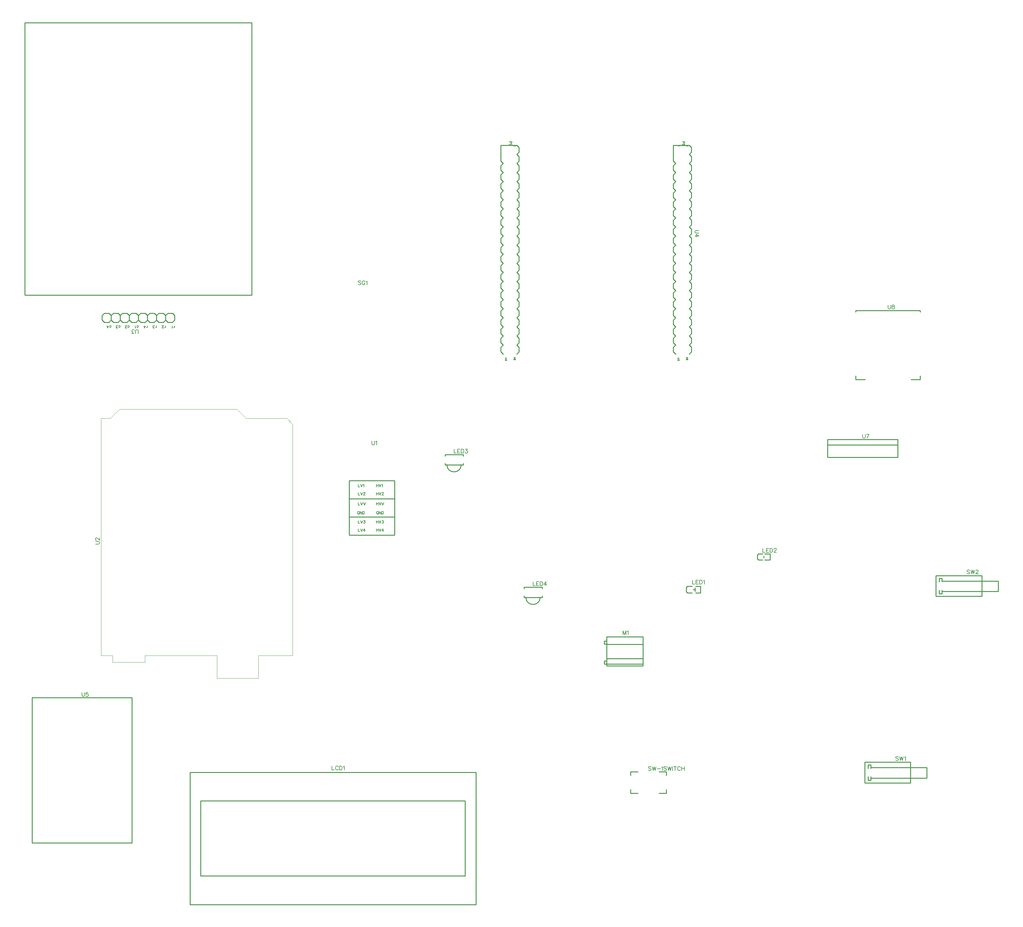
<source format=gto>
G04 Layer: TopSilkLayer*
G04 EasyEDA v6.4.19.4, 2021-04-14T13:58:42--4:00*
G04 fa96b751c2d54882ab86a56ef34f2425,10*
G04 Gerber Generator version 0.2*
G04 Scale: 100 percent, Rotated: No, Reflected: No *
G04 Dimensions in millimeters *
G04 leading zeros omitted , absolute positions ,4 integer and 5 decimal *
%FSLAX45Y45*%
%MOMM*%

%ADD10C,0.2540*%
%ADD30C,0.2030*%
%ADD31C,0.1200*%
%ADD32C,0.2286*%
%ADD33C,0.1524*%

%LPD*%
D33*
X18961100Y-12000484D02*
G01*
X18961100Y-12109450D01*
X18961100Y-12000484D02*
G01*
X19002756Y-12109450D01*
X19044158Y-12000484D02*
G01*
X19002756Y-12109450D01*
X19044158Y-12000484D02*
G01*
X19044158Y-12109450D01*
X19078448Y-12021312D02*
G01*
X19088861Y-12015978D01*
X19104609Y-12000484D01*
X19104609Y-12109450D01*
X25666700Y-6501384D02*
G01*
X25666700Y-6579362D01*
X25671779Y-6594855D01*
X25682193Y-6605270D01*
X25697941Y-6610350D01*
X25708356Y-6610350D01*
X25723850Y-6605270D01*
X25734263Y-6594855D01*
X25739343Y-6579362D01*
X25739343Y-6501384D01*
X25846531Y-6501384D02*
G01*
X25794461Y-6610350D01*
X25773634Y-6501384D02*
G01*
X25846531Y-6501384D01*
X11629643Y-2224278D02*
G01*
X11619229Y-2213863D01*
X11603736Y-2208784D01*
X11582908Y-2208784D01*
X11567413Y-2213863D01*
X11557000Y-2224278D01*
X11557000Y-2234692D01*
X11562079Y-2245105D01*
X11567413Y-2250439D01*
X11577827Y-2255520D01*
X11609070Y-2265934D01*
X11619229Y-2271013D01*
X11624563Y-2276347D01*
X11629643Y-2286762D01*
X11629643Y-2302255D01*
X11619229Y-2312670D01*
X11603736Y-2317750D01*
X11582908Y-2317750D01*
X11567413Y-2312670D01*
X11557000Y-2302255D01*
X11741911Y-2234692D02*
G01*
X11736831Y-2224278D01*
X11726418Y-2213863D01*
X11716004Y-2208784D01*
X11695175Y-2208784D01*
X11684761Y-2213863D01*
X11674347Y-2224278D01*
X11669268Y-2234692D01*
X11663934Y-2250439D01*
X11663934Y-2276347D01*
X11669268Y-2291842D01*
X11674347Y-2302255D01*
X11684761Y-2312670D01*
X11695175Y-2317750D01*
X11716004Y-2317750D01*
X11726418Y-2312670D01*
X11736831Y-2302255D01*
X11741911Y-2291842D01*
X11741911Y-2276347D01*
X11716004Y-2276347D02*
G01*
X11741911Y-2276347D01*
X11776202Y-2229612D02*
G01*
X11786615Y-2224278D01*
X11802109Y-2208784D01*
X11802109Y-2317750D01*
X14236700Y-6920484D02*
G01*
X14236700Y-7029450D01*
X14236700Y-7029450D02*
G01*
X14298929Y-7029450D01*
X14333220Y-6920484D02*
G01*
X14333220Y-7029450D01*
X14333220Y-6920484D02*
G01*
X14400784Y-6920484D01*
X14333220Y-6972300D02*
G01*
X14374875Y-6972300D01*
X14333220Y-7029450D02*
G01*
X14400784Y-7029450D01*
X14435074Y-6920484D02*
G01*
X14435074Y-7029450D01*
X14435074Y-6920484D02*
G01*
X14471650Y-6920484D01*
X14487143Y-6925563D01*
X14497558Y-6935978D01*
X14502638Y-6946392D01*
X14507972Y-6962139D01*
X14507972Y-6988047D01*
X14502638Y-7003542D01*
X14497558Y-7013955D01*
X14487143Y-7024370D01*
X14471650Y-7029450D01*
X14435074Y-7029450D01*
X14552675Y-6920484D02*
G01*
X14609825Y-6920484D01*
X14578584Y-6962139D01*
X14594077Y-6962139D01*
X14604491Y-6967220D01*
X14609825Y-6972300D01*
X14614906Y-6988047D01*
X14614906Y-6998462D01*
X14609825Y-7013955D01*
X14599411Y-7024370D01*
X14583663Y-7029450D01*
X14568170Y-7029450D01*
X14552675Y-7024370D01*
X14547341Y-7019289D01*
X14542261Y-7008876D01*
X16446500Y-10628884D02*
G01*
X16446500Y-10737850D01*
X16446500Y-10737850D02*
G01*
X16508729Y-10737850D01*
X16543020Y-10628884D02*
G01*
X16543020Y-10737850D01*
X16543020Y-10628884D02*
G01*
X16610584Y-10628884D01*
X16543020Y-10680700D02*
G01*
X16584675Y-10680700D01*
X16543020Y-10737850D02*
G01*
X16610584Y-10737850D01*
X16644874Y-10628884D02*
G01*
X16644874Y-10737850D01*
X16644874Y-10628884D02*
G01*
X16681450Y-10628884D01*
X16696943Y-10633963D01*
X16707358Y-10644378D01*
X16712438Y-10654792D01*
X16717772Y-10670539D01*
X16717772Y-10696447D01*
X16712438Y-10711942D01*
X16707358Y-10722355D01*
X16696943Y-10732770D01*
X16681450Y-10737850D01*
X16644874Y-10737850D01*
X16803877Y-10628884D02*
G01*
X16752061Y-10701528D01*
X16830040Y-10701528D01*
X16803877Y-10628884D02*
G01*
X16803877Y-10737850D01*
X5397576Y-3684015D02*
G01*
X5397576Y-3606037D01*
X5392496Y-3590544D01*
X5382082Y-3580129D01*
X5366334Y-3575050D01*
X5355920Y-3575050D01*
X5340426Y-3580129D01*
X5330012Y-3590544D01*
X5324932Y-3606037D01*
X5324932Y-3684015D01*
X5280228Y-3684015D02*
G01*
X5223078Y-3684015D01*
X5254066Y-3642360D01*
X5238572Y-3642360D01*
X5228158Y-3637279D01*
X5223078Y-3632200D01*
X5217744Y-3616452D01*
X5217744Y-3606037D01*
X5223078Y-3590544D01*
X5233492Y-3580129D01*
X5248986Y-3575050D01*
X5264480Y-3575050D01*
X5280228Y-3580129D01*
X5285308Y-3585210D01*
X5290642Y-3595623D01*
X6413576Y-3509771D02*
G01*
X6413576Y-3461257D01*
X6413576Y-3488944D02*
G01*
X6410020Y-3499357D01*
X6403162Y-3506470D01*
X6396304Y-3509771D01*
X6385890Y-3509771D01*
X6363030Y-3520186D02*
G01*
X6356172Y-3523742D01*
X6345758Y-3534155D01*
X6345758Y-3461257D01*
X6159576Y-3509771D02*
G01*
X6159576Y-3461257D01*
X6159576Y-3488944D02*
G01*
X6156020Y-3499357D01*
X6149162Y-3506470D01*
X6142304Y-3509771D01*
X6131890Y-3509771D01*
X6105474Y-3516629D02*
G01*
X6105474Y-3520186D01*
X6102172Y-3527044D01*
X6098616Y-3530600D01*
X6091758Y-3534155D01*
X6077788Y-3534155D01*
X6070930Y-3530600D01*
X6067374Y-3527044D01*
X6064072Y-3520186D01*
X6064072Y-3513328D01*
X6067374Y-3506470D01*
X6074486Y-3496055D01*
X6109030Y-3461257D01*
X6060516Y-3461257D01*
X5905576Y-3509771D02*
G01*
X5905576Y-3461257D01*
X5905576Y-3488944D02*
G01*
X5902020Y-3499357D01*
X5895162Y-3506470D01*
X5888304Y-3509771D01*
X5877890Y-3509771D01*
X5848172Y-3534155D02*
G01*
X5810072Y-3534155D01*
X5830646Y-3506470D01*
X5820486Y-3506470D01*
X5813374Y-3502913D01*
X5810072Y-3499357D01*
X5806516Y-3488944D01*
X5806516Y-3482086D01*
X5810072Y-3471671D01*
X5816930Y-3464813D01*
X5827344Y-3461257D01*
X5837758Y-3461257D01*
X5848172Y-3464813D01*
X5851474Y-3468370D01*
X5855030Y-3475228D01*
X5651576Y-3509771D02*
G01*
X5651576Y-3461257D01*
X5651576Y-3488944D02*
G01*
X5648020Y-3499357D01*
X5641162Y-3506470D01*
X5634304Y-3509771D01*
X5623890Y-3509771D01*
X5566486Y-3534155D02*
G01*
X5601030Y-3485642D01*
X5548960Y-3485642D01*
X5566486Y-3534155D02*
G01*
X5566486Y-3461257D01*
X5355920Y-3499357D02*
G01*
X5363032Y-3506470D01*
X5369890Y-3509771D01*
X5380304Y-3509771D01*
X5387162Y-3506470D01*
X5394020Y-3499357D01*
X5397576Y-3488944D01*
X5397576Y-3482086D01*
X5394020Y-3471671D01*
X5387162Y-3464813D01*
X5380304Y-3461257D01*
X5369890Y-3461257D01*
X5363032Y-3464813D01*
X5355920Y-3471671D01*
X5333060Y-3520186D02*
G01*
X5326202Y-3523742D01*
X5315788Y-3534155D01*
X5315788Y-3461257D01*
X5101920Y-3499357D02*
G01*
X5109032Y-3506470D01*
X5115890Y-3509771D01*
X5126304Y-3509771D01*
X5133162Y-3506470D01*
X5140020Y-3499357D01*
X5143576Y-3488944D01*
X5143576Y-3482086D01*
X5140020Y-3471671D01*
X5133162Y-3464813D01*
X5126304Y-3461257D01*
X5115890Y-3461257D01*
X5109032Y-3464813D01*
X5101920Y-3471671D01*
X5075758Y-3516629D02*
G01*
X5075758Y-3520186D01*
X5072202Y-3527044D01*
X5068646Y-3530600D01*
X5061788Y-3534155D01*
X5048072Y-3534155D01*
X5040960Y-3530600D01*
X5037658Y-3527044D01*
X5034102Y-3520186D01*
X5034102Y-3513328D01*
X5037658Y-3506470D01*
X5044516Y-3496055D01*
X5079060Y-3461257D01*
X5030546Y-3461257D01*
X4847920Y-3499357D02*
G01*
X4855032Y-3506470D01*
X4861890Y-3509771D01*
X4872304Y-3509771D01*
X4879162Y-3506470D01*
X4886020Y-3499357D01*
X4889576Y-3488944D01*
X4889576Y-3482086D01*
X4886020Y-3471671D01*
X4879162Y-3464813D01*
X4872304Y-3461257D01*
X4861890Y-3461257D01*
X4855032Y-3464813D01*
X4847920Y-3471671D01*
X4818202Y-3534155D02*
G01*
X4780102Y-3534155D01*
X4800930Y-3506470D01*
X4790516Y-3506470D01*
X4783658Y-3502913D01*
X4780102Y-3499357D01*
X4776546Y-3488944D01*
X4776546Y-3482086D01*
X4780102Y-3471671D01*
X4786960Y-3464813D01*
X4797374Y-3461257D01*
X4807788Y-3461257D01*
X4818202Y-3464813D01*
X4821758Y-3468370D01*
X4825060Y-3475228D01*
X4593920Y-3499357D02*
G01*
X4601032Y-3506470D01*
X4607890Y-3509771D01*
X4618304Y-3509771D01*
X4625162Y-3506470D01*
X4632020Y-3499357D01*
X4635576Y-3488944D01*
X4635576Y-3482086D01*
X4632020Y-3471671D01*
X4625162Y-3464813D01*
X4618304Y-3461257D01*
X4607890Y-3461257D01*
X4601032Y-3464813D01*
X4593920Y-3471671D01*
X4536516Y-3534155D02*
G01*
X4571060Y-3485642D01*
X4519244Y-3485642D01*
X4536516Y-3534155D02*
G01*
X4536516Y-3461257D01*
X20906404Y-10581883D02*
G01*
X20906404Y-10690849D01*
X20906404Y-10690849D02*
G01*
X20968634Y-10690849D01*
X21002924Y-10581883D02*
G01*
X21002924Y-10690849D01*
X21002924Y-10581883D02*
G01*
X21070488Y-10581883D01*
X21002924Y-10633699D02*
G01*
X21044580Y-10633699D01*
X21002924Y-10690849D02*
G01*
X21070488Y-10690849D01*
X21104778Y-10581883D02*
G01*
X21104778Y-10690849D01*
X21104778Y-10581883D02*
G01*
X21141354Y-10581883D01*
X21156848Y-10586963D01*
X21167262Y-10597377D01*
X21172342Y-10607791D01*
X21177676Y-10623539D01*
X21177676Y-10649447D01*
X21172342Y-10664941D01*
X21167262Y-10675355D01*
X21156848Y-10685769D01*
X21141354Y-10690849D01*
X21104778Y-10690849D01*
X21211966Y-10602711D02*
G01*
X21222380Y-10597377D01*
X21237874Y-10581883D01*
X21237874Y-10690849D01*
X22876509Y-9691624D02*
G01*
X22876509Y-9800589D01*
X22876509Y-9800589D02*
G01*
X22938740Y-9800589D01*
X22973029Y-9691624D02*
G01*
X22973029Y-9800589D01*
X22973029Y-9691624D02*
G01*
X23040593Y-9691624D01*
X22973029Y-9743439D02*
G01*
X23014686Y-9743439D01*
X22973029Y-9800589D02*
G01*
X23040593Y-9800589D01*
X23074884Y-9691624D02*
G01*
X23074884Y-9800589D01*
X23074884Y-9691624D02*
G01*
X23111459Y-9691624D01*
X23126954Y-9696704D01*
X23137368Y-9707118D01*
X23142448Y-9717531D01*
X23147781Y-9733279D01*
X23147781Y-9759187D01*
X23142448Y-9774681D01*
X23137368Y-9785095D01*
X23126954Y-9795510D01*
X23111459Y-9800589D01*
X23074884Y-9800589D01*
X23187152Y-9717531D02*
G01*
X23187152Y-9712452D01*
X23192486Y-9702037D01*
X23197566Y-9696704D01*
X23207979Y-9691624D01*
X23228808Y-9691624D01*
X23239222Y-9696704D01*
X23244302Y-9702037D01*
X23249636Y-9712452D01*
X23249636Y-9722865D01*
X23244302Y-9733279D01*
X23233888Y-9748774D01*
X23182072Y-9800589D01*
X23254716Y-9800589D01*
X19744931Y-15813265D02*
G01*
X19734517Y-15802851D01*
X19719023Y-15797771D01*
X19698195Y-15797771D01*
X19682701Y-15802851D01*
X19672287Y-15813265D01*
X19672287Y-15823679D01*
X19677367Y-15834093D01*
X19682701Y-15839427D01*
X19693115Y-15844507D01*
X19724357Y-15854921D01*
X19734517Y-15860001D01*
X19739851Y-15865335D01*
X19744931Y-15875749D01*
X19744931Y-15891243D01*
X19734517Y-15901657D01*
X19719023Y-15906737D01*
X19698195Y-15906737D01*
X19682701Y-15901657D01*
X19672287Y-15891243D01*
X19779221Y-15797771D02*
G01*
X19805383Y-15906737D01*
X19831291Y-15797771D02*
G01*
X19805383Y-15906737D01*
X19831291Y-15797771D02*
G01*
X19857199Y-15906737D01*
X19883107Y-15797771D02*
G01*
X19857199Y-15906737D01*
X19917397Y-15860001D02*
G01*
X20011123Y-15860001D01*
X20045413Y-15818599D02*
G01*
X20055827Y-15813265D01*
X20071321Y-15797771D01*
X20071321Y-15906737D01*
X20178255Y-15813265D02*
G01*
X20167841Y-15802851D01*
X20152347Y-15797771D01*
X20131519Y-15797771D01*
X20116025Y-15802851D01*
X20105611Y-15813265D01*
X20105611Y-15823679D01*
X20110691Y-15834093D01*
X20116025Y-15839427D01*
X20126439Y-15844507D01*
X20157427Y-15854921D01*
X20167841Y-15860001D01*
X20173175Y-15865335D01*
X20178255Y-15875749D01*
X20178255Y-15891243D01*
X20167841Y-15901657D01*
X20152347Y-15906737D01*
X20131519Y-15906737D01*
X20116025Y-15901657D01*
X20105611Y-15891243D01*
X20212545Y-15797771D02*
G01*
X20238707Y-15906737D01*
X20264615Y-15797771D02*
G01*
X20238707Y-15906737D01*
X20264615Y-15797771D02*
G01*
X20290523Y-15906737D01*
X20316431Y-15797771D02*
G01*
X20290523Y-15906737D01*
X20350721Y-15797771D02*
G01*
X20350721Y-15906737D01*
X20421587Y-15797771D02*
G01*
X20421587Y-15906737D01*
X20385011Y-15797771D02*
G01*
X20457909Y-15797771D01*
X20570177Y-15823679D02*
G01*
X20564843Y-15813265D01*
X20554429Y-15802851D01*
X20544015Y-15797771D01*
X20523187Y-15797771D01*
X20513027Y-15802851D01*
X20502613Y-15813265D01*
X20497279Y-15823679D01*
X20492199Y-15839427D01*
X20492199Y-15865335D01*
X20497279Y-15880829D01*
X20502613Y-15891243D01*
X20513027Y-15901657D01*
X20523187Y-15906737D01*
X20544015Y-15906737D01*
X20554429Y-15901657D01*
X20564843Y-15891243D01*
X20570177Y-15880829D01*
X20604467Y-15797771D02*
G01*
X20604467Y-15906737D01*
X20677111Y-15797771D02*
G01*
X20677111Y-15906737D01*
X20604467Y-15849587D02*
G01*
X20677111Y-15849587D01*
X26377900Y-2884383D02*
G01*
X26377900Y-2962361D01*
X26382979Y-2977855D01*
X26393393Y-2988269D01*
X26409141Y-2993349D01*
X26419556Y-2993349D01*
X26435050Y-2988269D01*
X26445463Y-2977855D01*
X26450543Y-2962361D01*
X26450543Y-2884383D01*
X26510995Y-2884383D02*
G01*
X26495248Y-2889463D01*
X26490168Y-2899877D01*
X26490168Y-2910291D01*
X26495248Y-2920705D01*
X26505661Y-2926039D01*
X26526490Y-2931119D01*
X26541984Y-2936199D01*
X26552398Y-2946613D01*
X26557732Y-2957027D01*
X26557732Y-2972775D01*
X26552398Y-2983189D01*
X26547318Y-2988269D01*
X26531570Y-2993349D01*
X26510995Y-2993349D01*
X26495248Y-2988269D01*
X26490168Y-2983189D01*
X26484834Y-2972775D01*
X26484834Y-2957027D01*
X26490168Y-2946613D01*
X26500582Y-2936199D01*
X26516075Y-2931119D01*
X26536904Y-2926039D01*
X26547318Y-2920705D01*
X26552398Y-2910291D01*
X26552398Y-2899877D01*
X26547318Y-2889463D01*
X26531570Y-2884383D01*
X26510995Y-2884383D01*
X4202684Y-9575596D02*
G01*
X4280661Y-9575596D01*
X4296156Y-9570516D01*
X4306570Y-9560102D01*
X4311650Y-9544354D01*
X4311650Y-9533940D01*
X4306570Y-9518446D01*
X4296156Y-9508032D01*
X4280661Y-9502952D01*
X4202684Y-9502952D01*
X4228591Y-9463328D02*
G01*
X4223511Y-9463328D01*
X4213097Y-9458248D01*
X4207763Y-9452914D01*
X4202684Y-9442500D01*
X4202684Y-9421926D01*
X4207763Y-9411512D01*
X4213097Y-9406178D01*
X4223511Y-9401098D01*
X4233925Y-9401098D01*
X4244340Y-9406178D01*
X4259834Y-9416592D01*
X4311650Y-9468662D01*
X4311650Y-9395764D01*
X3822700Y-13727684D02*
G01*
X3822700Y-13805662D01*
X3827779Y-13821155D01*
X3838193Y-13831570D01*
X3853941Y-13836650D01*
X3864356Y-13836650D01*
X3879850Y-13831570D01*
X3890263Y-13821155D01*
X3895343Y-13805662D01*
X3895343Y-13727684D01*
X3992118Y-13727684D02*
G01*
X3940047Y-13727684D01*
X3934968Y-13774420D01*
X3940047Y-13769339D01*
X3955795Y-13764005D01*
X3971290Y-13764005D01*
X3986784Y-13769339D01*
X3997197Y-13779500D01*
X4002531Y-13795247D01*
X4002531Y-13805662D01*
X3997197Y-13821155D01*
X3986784Y-13831570D01*
X3971290Y-13836650D01*
X3955795Y-13836650D01*
X3940047Y-13831570D01*
X3934968Y-13826489D01*
X3929634Y-13816076D01*
X11938000Y-6691884D02*
G01*
X11938000Y-6769862D01*
X11943079Y-6785355D01*
X11953493Y-6795770D01*
X11969241Y-6800850D01*
X11979656Y-6800850D01*
X11995150Y-6795770D01*
X12005563Y-6785355D01*
X12010643Y-6769862D01*
X12010643Y-6691884D01*
X12044934Y-6712712D02*
G01*
X12055347Y-6707378D01*
X12071095Y-6691884D01*
X12071095Y-6800850D01*
X12117070Y-8677910D02*
G01*
X12113513Y-8671052D01*
X12106656Y-8664194D01*
X12099543Y-8660637D01*
X12085827Y-8660637D01*
X12078970Y-8664194D01*
X12071858Y-8671052D01*
X12068556Y-8677910D01*
X12065000Y-8688324D01*
X12065000Y-8705850D01*
X12068556Y-8716010D01*
X12071858Y-8723121D01*
X12078970Y-8729979D01*
X12085827Y-8733536D01*
X12099543Y-8733536D01*
X12106656Y-8729979D01*
X12113513Y-8723121D01*
X12117070Y-8716010D01*
X12117070Y-8705850D01*
X12099543Y-8705850D02*
G01*
X12117070Y-8705850D01*
X12139929Y-8660637D02*
G01*
X12139929Y-8733536D01*
X12139929Y-8660637D02*
G01*
X12188190Y-8733536D01*
X12188190Y-8660637D02*
G01*
X12188190Y-8733536D01*
X12211050Y-8660637D02*
G01*
X12211050Y-8733536D01*
X12211050Y-8660637D02*
G01*
X12235434Y-8660637D01*
X12245847Y-8664194D01*
X12252706Y-8671052D01*
X12256261Y-8677910D01*
X12259563Y-8688324D01*
X12259563Y-8705850D01*
X12256261Y-8716010D01*
X12252706Y-8723121D01*
X12245847Y-8729979D01*
X12235434Y-8733536D01*
X12211050Y-8733536D01*
X12065000Y-8406637D02*
G01*
X12065000Y-8479536D01*
X12113513Y-8406637D02*
G01*
X12113513Y-8479536D01*
X12065000Y-8441436D02*
G01*
X12113513Y-8441436D01*
X12136374Y-8406637D02*
G01*
X12164059Y-8479536D01*
X12191745Y-8406637D02*
G01*
X12164059Y-8479536D01*
X12214606Y-8406637D02*
G01*
X12242291Y-8479536D01*
X12269977Y-8406637D02*
G01*
X12242291Y-8479536D01*
X11583670Y-8677910D02*
G01*
X11580113Y-8671052D01*
X11573256Y-8664194D01*
X11566143Y-8660637D01*
X11552427Y-8660637D01*
X11545570Y-8664194D01*
X11538458Y-8671052D01*
X11535156Y-8677910D01*
X11531600Y-8688324D01*
X11531600Y-8705850D01*
X11535156Y-8716010D01*
X11538458Y-8723121D01*
X11545570Y-8729979D01*
X11552427Y-8733536D01*
X11566143Y-8733536D01*
X11573256Y-8729979D01*
X11580113Y-8723121D01*
X11583670Y-8716010D01*
X11583670Y-8705850D01*
X11566143Y-8705850D02*
G01*
X11583670Y-8705850D01*
X11606529Y-8660637D02*
G01*
X11606529Y-8733536D01*
X11606529Y-8660637D02*
G01*
X11654790Y-8733536D01*
X11654790Y-8660637D02*
G01*
X11654790Y-8733536D01*
X11677650Y-8660637D02*
G01*
X11677650Y-8733536D01*
X11677650Y-8660637D02*
G01*
X11702034Y-8660637D01*
X11712447Y-8664194D01*
X11719306Y-8671052D01*
X11722861Y-8677910D01*
X11726163Y-8688324D01*
X11726163Y-8705850D01*
X11722861Y-8716010D01*
X11719306Y-8723121D01*
X11712447Y-8729979D01*
X11702034Y-8733536D01*
X11677650Y-8733536D01*
X11557000Y-8406637D02*
G01*
X11557000Y-8479536D01*
X11557000Y-8479536D02*
G01*
X11598656Y-8479536D01*
X11621515Y-8406637D02*
G01*
X11649202Y-8479536D01*
X11676888Y-8406637D02*
G01*
X11649202Y-8479536D01*
X11699747Y-8406637D02*
G01*
X11727434Y-8479536D01*
X11755120Y-8406637D02*
G01*
X11727434Y-8479536D01*
X12065000Y-8127237D02*
G01*
X12065000Y-8200136D01*
X12113513Y-8127237D02*
G01*
X12113513Y-8200136D01*
X12065000Y-8162036D02*
G01*
X12113513Y-8162036D01*
X12136374Y-8127237D02*
G01*
X12164059Y-8200136D01*
X12191745Y-8127237D02*
G01*
X12164059Y-8200136D01*
X12218161Y-8144510D02*
G01*
X12218161Y-8141208D01*
X12221463Y-8134350D01*
X12225020Y-8130794D01*
X12231877Y-8127237D01*
X12245847Y-8127237D01*
X12252706Y-8130794D01*
X12256261Y-8134350D01*
X12259563Y-8141208D01*
X12259563Y-8148065D01*
X12256261Y-8154923D01*
X12249150Y-8165337D01*
X12214606Y-8200136D01*
X12263120Y-8200136D01*
X11557000Y-9143237D02*
G01*
X11557000Y-9216136D01*
X11557000Y-9216136D02*
G01*
X11598656Y-9216136D01*
X11621515Y-9143237D02*
G01*
X11649202Y-9216136D01*
X11676888Y-9143237D02*
G01*
X11649202Y-9216136D01*
X11734291Y-9143237D02*
G01*
X11699747Y-9191752D01*
X11751563Y-9191752D01*
X11734291Y-9143237D02*
G01*
X11734291Y-9216136D01*
X11557000Y-8914637D02*
G01*
X11557000Y-8987536D01*
X11557000Y-8987536D02*
G01*
X11598656Y-8987536D01*
X11621515Y-8914637D02*
G01*
X11649202Y-8987536D01*
X11676888Y-8914637D02*
G01*
X11649202Y-8987536D01*
X11706606Y-8914637D02*
G01*
X11744706Y-8914637D01*
X11723877Y-8942324D01*
X11734291Y-8942324D01*
X11741150Y-8945879D01*
X11744706Y-8949436D01*
X11748261Y-8959850D01*
X11748261Y-8966708D01*
X11744706Y-8977121D01*
X11737847Y-8983979D01*
X11727434Y-8987536D01*
X11717020Y-8987536D01*
X11706606Y-8983979D01*
X11703050Y-8980424D01*
X11699747Y-8973565D01*
X11557000Y-8127237D02*
G01*
X11557000Y-8200136D01*
X11557000Y-8200136D02*
G01*
X11598656Y-8200136D01*
X11621515Y-8127237D02*
G01*
X11649202Y-8200136D01*
X11676888Y-8127237D02*
G01*
X11649202Y-8200136D01*
X11703050Y-8144510D02*
G01*
X11703050Y-8141208D01*
X11706606Y-8134350D01*
X11710161Y-8130794D01*
X11717020Y-8127237D01*
X11730990Y-8127237D01*
X11737847Y-8130794D01*
X11741150Y-8134350D01*
X11744706Y-8141208D01*
X11744706Y-8148065D01*
X11741150Y-8154923D01*
X11734291Y-8165337D01*
X11699747Y-8200136D01*
X11748261Y-8200136D01*
X11557000Y-7898637D02*
G01*
X11557000Y-7971536D01*
X11557000Y-7971536D02*
G01*
X11598656Y-7971536D01*
X11621515Y-7898637D02*
G01*
X11649202Y-7971536D01*
X11676888Y-7898637D02*
G01*
X11649202Y-7971536D01*
X11699747Y-7912608D02*
G01*
X11706606Y-7909052D01*
X11717020Y-7898637D01*
X11717020Y-7971536D01*
X12065000Y-9143237D02*
G01*
X12065000Y-9216136D01*
X12113513Y-9143237D02*
G01*
X12113513Y-9216136D01*
X12065000Y-9178036D02*
G01*
X12113513Y-9178036D01*
X12136374Y-9143237D02*
G01*
X12164059Y-9216136D01*
X12191745Y-9143237D02*
G01*
X12164059Y-9216136D01*
X12249150Y-9143237D02*
G01*
X12214606Y-9191752D01*
X12266675Y-9191752D01*
X12249150Y-9143237D02*
G01*
X12249150Y-9216136D01*
X12065000Y-7898637D02*
G01*
X12065000Y-7971536D01*
X12113513Y-7898637D02*
G01*
X12113513Y-7971536D01*
X12065000Y-7933436D02*
G01*
X12113513Y-7933436D01*
X12136374Y-7898637D02*
G01*
X12164059Y-7971536D01*
X12191745Y-7898637D02*
G01*
X12164059Y-7971536D01*
X12214606Y-7912608D02*
G01*
X12221463Y-7909052D01*
X12231877Y-7898637D01*
X12231877Y-7971536D01*
X12065000Y-8914637D02*
G01*
X12065000Y-8987536D01*
X12113513Y-8914637D02*
G01*
X12113513Y-8987536D01*
X12065000Y-8949436D02*
G01*
X12113513Y-8949436D01*
X12136374Y-8914637D02*
G01*
X12164059Y-8987536D01*
X12191745Y-8914637D02*
G01*
X12164059Y-8987536D01*
X12221463Y-8914637D02*
G01*
X12259563Y-8914637D01*
X12238990Y-8942324D01*
X12249150Y-8942324D01*
X12256261Y-8945879D01*
X12259563Y-8949436D01*
X12263120Y-8959850D01*
X12263120Y-8966708D01*
X12259563Y-8977121D01*
X12252706Y-8983979D01*
X12242291Y-8987536D01*
X12231877Y-8987536D01*
X12221463Y-8983979D01*
X12218161Y-8980424D01*
X12214606Y-8973565D01*
X28660343Y-10314178D02*
G01*
X28649929Y-10303763D01*
X28634436Y-10298684D01*
X28613608Y-10298684D01*
X28598113Y-10303763D01*
X28587700Y-10314178D01*
X28587700Y-10324592D01*
X28592779Y-10335005D01*
X28598113Y-10340339D01*
X28608527Y-10345420D01*
X28639770Y-10355834D01*
X28649929Y-10360913D01*
X28655263Y-10366247D01*
X28660343Y-10376662D01*
X28660343Y-10392155D01*
X28649929Y-10402570D01*
X28634436Y-10407650D01*
X28613608Y-10407650D01*
X28598113Y-10402570D01*
X28587700Y-10392155D01*
X28694634Y-10298684D02*
G01*
X28720795Y-10407650D01*
X28746704Y-10298684D02*
G01*
X28720795Y-10407650D01*
X28746704Y-10298684D02*
G01*
X28772611Y-10407650D01*
X28798520Y-10298684D02*
G01*
X28772611Y-10407650D01*
X28838143Y-10324592D02*
G01*
X28838143Y-10319512D01*
X28843224Y-10309097D01*
X28848558Y-10303763D01*
X28858972Y-10298684D01*
X28879800Y-10298684D01*
X28889959Y-10303763D01*
X28895293Y-10309097D01*
X28900374Y-10319512D01*
X28900374Y-10329926D01*
X28895293Y-10340339D01*
X28884879Y-10355834D01*
X28832809Y-10407650D01*
X28905708Y-10407650D01*
X26666443Y-15533878D02*
G01*
X26656029Y-15523463D01*
X26640536Y-15518384D01*
X26619708Y-15518384D01*
X26604213Y-15523463D01*
X26593800Y-15533878D01*
X26593800Y-15544292D01*
X26598879Y-15554705D01*
X26604213Y-15560039D01*
X26614627Y-15565120D01*
X26645870Y-15575534D01*
X26656029Y-15580613D01*
X26661363Y-15585947D01*
X26666443Y-15596362D01*
X26666443Y-15611855D01*
X26656029Y-15622270D01*
X26640536Y-15627350D01*
X26619708Y-15627350D01*
X26604213Y-15622270D01*
X26593800Y-15611855D01*
X26700734Y-15518384D02*
G01*
X26726895Y-15627350D01*
X26752804Y-15518384D02*
G01*
X26726895Y-15627350D01*
X26752804Y-15518384D02*
G01*
X26778711Y-15627350D01*
X26804620Y-15518384D02*
G01*
X26778711Y-15627350D01*
X26838909Y-15539212D02*
G01*
X26849324Y-15533878D01*
X26865072Y-15518384D01*
X26865072Y-15627350D01*
X10820400Y-15785084D02*
G01*
X10820400Y-15894050D01*
X10820400Y-15894050D02*
G01*
X10882629Y-15894050D01*
X10994897Y-15810992D02*
G01*
X10989818Y-15800578D01*
X10979404Y-15790163D01*
X10968990Y-15785084D01*
X10948161Y-15785084D01*
X10937747Y-15790163D01*
X10927334Y-15800578D01*
X10922254Y-15810992D01*
X10916920Y-15826739D01*
X10916920Y-15852647D01*
X10922254Y-15868142D01*
X10927334Y-15878555D01*
X10937747Y-15888970D01*
X10948161Y-15894050D01*
X10968990Y-15894050D01*
X10979404Y-15888970D01*
X10989818Y-15878555D01*
X10994897Y-15868142D01*
X11029188Y-15785084D02*
G01*
X11029188Y-15894050D01*
X11029188Y-15785084D02*
G01*
X11065509Y-15785084D01*
X11081258Y-15790163D01*
X11091672Y-15800578D01*
X11096752Y-15810992D01*
X11102086Y-15826739D01*
X11102086Y-15852647D01*
X11096752Y-15868142D01*
X11091672Y-15878555D01*
X11081258Y-15888970D01*
X11065509Y-15894050D01*
X11029188Y-15894050D01*
X11136375Y-15805912D02*
G01*
X11146790Y-15800578D01*
X11162284Y-15785084D01*
X11162284Y-15894050D01*
X21083016Y-800100D02*
G01*
X21005038Y-800100D01*
X20989543Y-805179D01*
X20979129Y-815594D01*
X20974050Y-831342D01*
X20974050Y-841755D01*
X20979129Y-857250D01*
X20989543Y-867663D01*
X21005038Y-872744D01*
X21083016Y-872744D01*
X21083016Y-959104D02*
G01*
X21010372Y-907034D01*
X21010372Y-985012D01*
X21083016Y-959104D02*
G01*
X20974050Y-959104D01*
X20550886Y1587500D02*
G01*
X20554441Y1580642D01*
X20564856Y1570228D01*
X20491958Y1570228D01*
X20768056Y1585213D02*
G01*
X20770341Y1585213D01*
X20774913Y1582928D01*
X20777200Y1580642D01*
X20779486Y1576070D01*
X20779486Y1566671D01*
X20777200Y1562100D01*
X20774913Y1559813D01*
X20770341Y1557528D01*
X20765770Y1557528D01*
X20760943Y1559813D01*
X20754086Y1564386D01*
X20730972Y1587500D01*
X20730972Y1555242D01*
X20691856Y1689100D02*
G01*
X20618958Y1689100D01*
X20691856Y1689100D02*
G01*
X20691856Y1657857D01*
X20688300Y1647444D01*
X20684743Y1644142D01*
X20677886Y1640586D01*
X20667472Y1640586D01*
X20660613Y1644142D01*
X20657058Y1647444D01*
X20653756Y1657857D01*
X20653756Y1689100D01*
X20691856Y1600454D02*
G01*
X20688300Y1610868D01*
X20681441Y1614170D01*
X20674329Y1614170D01*
X20667472Y1610868D01*
X20664170Y1604010D01*
X20660613Y1590039D01*
X20657058Y1579626D01*
X20650200Y1572768D01*
X20643341Y1569212D01*
X20632927Y1569212D01*
X20626070Y1572768D01*
X20622513Y1576070D01*
X20618958Y1586484D01*
X20618958Y1600454D01*
X20622513Y1610868D01*
X20626070Y1614170D01*
X20632927Y1617726D01*
X20643341Y1617726D01*
X20650200Y1614170D01*
X20657058Y1607312D01*
X20660613Y1596897D01*
X20664170Y1583181D01*
X20667472Y1576070D01*
X20674329Y1572768D01*
X20681441Y1572768D01*
X20688300Y1576070D01*
X20691856Y1586484D01*
X20691856Y1600454D01*
X15953486Y-4366513D02*
G01*
X15921227Y-4343400D01*
X15921227Y-4377944D01*
X15953486Y-4366513D02*
G01*
X15904972Y-4366513D01*
X15946627Y-4420870D02*
G01*
X15951200Y-4418584D01*
X15953486Y-4411726D01*
X15953486Y-4407154D01*
X15951200Y-4400295D01*
X15944341Y-4395470D01*
X15932658Y-4393184D01*
X15921227Y-4393184D01*
X15911829Y-4395470D01*
X15907258Y-4400295D01*
X15904972Y-4407154D01*
X15904972Y-4409439D01*
X15907258Y-4416297D01*
X15911829Y-4420870D01*
X15918941Y-4423410D01*
X15921227Y-4423410D01*
X15928086Y-4420870D01*
X15932658Y-4416297D01*
X15934943Y-4409439D01*
X15934943Y-4407154D01*
X15932658Y-4400295D01*
X15928086Y-4395470D01*
X15921227Y-4393184D01*
X15712186Y-4379213D02*
G01*
X15679927Y-4356100D01*
X15679927Y-4390644D01*
X15712186Y-4379213D02*
G01*
X15663672Y-4379213D01*
X15712186Y-4433570D02*
G01*
X15712186Y-4410710D01*
X15691358Y-4408170D01*
X15693643Y-4410710D01*
X15695929Y-4417568D01*
X15695929Y-4424426D01*
X15693643Y-4431284D01*
X15689072Y-4436110D01*
X15682213Y-4438395D01*
X15677641Y-4438395D01*
X15670529Y-4436110D01*
X15665958Y-4431284D01*
X15663672Y-4424426D01*
X15663672Y-4417568D01*
X15665958Y-4410710D01*
X15668243Y-4408170D01*
X15673070Y-4405884D01*
X15715741Y1587500D02*
G01*
X15718027Y1582928D01*
X15724886Y1576070D01*
X15676372Y1576070D01*
X15942056Y1585213D02*
G01*
X15944341Y1585213D01*
X15948913Y1582928D01*
X15951200Y1580642D01*
X15953486Y1576070D01*
X15953486Y1566671D01*
X15951200Y1562100D01*
X15948913Y1559813D01*
X15944341Y1557528D01*
X15939770Y1557528D01*
X15934943Y1559813D01*
X15928086Y1564386D01*
X15904972Y1587500D01*
X15904972Y1555242D01*
X15853156Y1689100D02*
G01*
X15780258Y1689100D01*
X15853156Y1689100D02*
G01*
X15853156Y1657857D01*
X15849600Y1647444D01*
X15846043Y1644142D01*
X15839186Y1640586D01*
X15828772Y1640586D01*
X15821913Y1644142D01*
X15818358Y1647444D01*
X15815056Y1657857D01*
X15815056Y1689100D01*
X15828772Y1572768D02*
G01*
X15818358Y1576070D01*
X15811500Y1583181D01*
X15807943Y1593595D01*
X15807943Y1596897D01*
X15811500Y1607312D01*
X15818358Y1614170D01*
X15828772Y1617726D01*
X15832327Y1617726D01*
X15842741Y1614170D01*
X15849600Y1607312D01*
X15853156Y1596897D01*
X15853156Y1593595D01*
X15849600Y1583181D01*
X15842741Y1576070D01*
X15828772Y1572768D01*
X15811500Y1572768D01*
X15794227Y1576070D01*
X15783813Y1583181D01*
X15780258Y1593595D01*
X15780258Y1600454D01*
X15783813Y1610868D01*
X15790672Y1614170D01*
X20779486Y-4366513D02*
G01*
X20747227Y-4343400D01*
X20747227Y-4377944D01*
X20779486Y-4366513D02*
G01*
X20730972Y-4366513D01*
X20772627Y-4420870D02*
G01*
X20777200Y-4418584D01*
X20779486Y-4411726D01*
X20779486Y-4407154D01*
X20777200Y-4400295D01*
X20770341Y-4395470D01*
X20758658Y-4393184D01*
X20747227Y-4393184D01*
X20737829Y-4395470D01*
X20733258Y-4400295D01*
X20730972Y-4407154D01*
X20730972Y-4409439D01*
X20733258Y-4416297D01*
X20737829Y-4420870D01*
X20744941Y-4423410D01*
X20747227Y-4423410D01*
X20754086Y-4420870D01*
X20758658Y-4416297D01*
X20760943Y-4409439D01*
X20760943Y-4407154D01*
X20758658Y-4400295D01*
X20754086Y-4395470D01*
X20747227Y-4393184D01*
X20538186Y-4379213D02*
G01*
X20505927Y-4356100D01*
X20505927Y-4390644D01*
X20538186Y-4379213D02*
G01*
X20489672Y-4379213D01*
X20538186Y-4433570D02*
G01*
X20538186Y-4410710D01*
X20517358Y-4408170D01*
X20519643Y-4410710D01*
X20521929Y-4417568D01*
X20521929Y-4424426D01*
X20519643Y-4431284D01*
X20515072Y-4436110D01*
X20508213Y-4438395D01*
X20503641Y-4438395D01*
X20496529Y-4436110D01*
X20491958Y-4431284D01*
X20489672Y-4424426D01*
X20489672Y-4417568D01*
X20491958Y-4410710D01*
X20494243Y-4408170D01*
X20499070Y-4405884D01*
X15942056Y1585213D02*
G01*
X15944341Y1585213D01*
X15948913Y1582928D01*
X15951200Y1580642D01*
X15953486Y1576070D01*
X15953486Y1566671D01*
X15951200Y1562100D01*
X15948913Y1559813D01*
X15944341Y1557528D01*
X15939770Y1557528D01*
X15934943Y1559813D01*
X15928086Y1564386D01*
X15904972Y1587500D01*
X15904972Y1555242D01*
D10*
X18503900Y-12839700D02*
G01*
X18440400Y-12839700D01*
X18440400Y-12925381D01*
X18503900Y-12925381D01*
X18503900Y-12284118D02*
G01*
X18440400Y-12284118D01*
X18440400Y-12369800D01*
X18503900Y-12369800D01*
X18503900Y-12924680D02*
G01*
X19519900Y-12924680D01*
X18503900Y-12772280D02*
G01*
X19519900Y-12772280D01*
X18503900Y-12376043D02*
G01*
X19519900Y-12376043D01*
X18503900Y-12982996D02*
G01*
X19519900Y-12982996D01*
X19519900Y-12163003D02*
G01*
X19519900Y-12982996D01*
X18503900Y-12163003D02*
G01*
X18503900Y-12982996D01*
X18503900Y-12163003D02*
G01*
X19519900Y-12163003D01*
X26638699Y-6798099D02*
G01*
X24688706Y-6798101D01*
X24686691Y-6646113D02*
G01*
X26646682Y-6646113D01*
X26646682Y-7146112D01*
X24686691Y-7146112D01*
X24686691Y-6646113D01*
X13982700Y-7073595D02*
G01*
X14490700Y-7073595D01*
X14490700Y-7353604D02*
G01*
X13982700Y-7353604D01*
X14490700Y-7073595D02*
G01*
X14490700Y-7110486D01*
X14490700Y-7316713D02*
G01*
X14490700Y-7353604D01*
X13982700Y-7353604D02*
G01*
X13982700Y-7316713D01*
X13982700Y-7110486D02*
G01*
X13982700Y-7073595D01*
X16192500Y-10781995D02*
G01*
X16700500Y-10781995D01*
X16700500Y-11062004D02*
G01*
X16192500Y-11062004D01*
X16700500Y-10781995D02*
G01*
X16700500Y-10818886D01*
X16700500Y-11025113D02*
G01*
X16700500Y-11062004D01*
X16192500Y-11062004D02*
G01*
X16192500Y-11025113D01*
X16192500Y-10818886D02*
G01*
X16192500Y-10781995D01*
X4826076Y-3365500D02*
G01*
X4699076Y-3365500D01*
X4699076Y-3365500D02*
G01*
X4635576Y-3302000D01*
X4635576Y-3302000D02*
G01*
X4635576Y-3175000D01*
X4635576Y-3175000D02*
G01*
X4699076Y-3111500D01*
X5143576Y-3302000D02*
G01*
X5080076Y-3365500D01*
X5080076Y-3365500D02*
G01*
X4953076Y-3365500D01*
X4953076Y-3365500D02*
G01*
X4889576Y-3302000D01*
X4889576Y-3302000D02*
G01*
X4889576Y-3175000D01*
X4889576Y-3175000D02*
G01*
X4953076Y-3111500D01*
X4953076Y-3111500D02*
G01*
X5080076Y-3111500D01*
X5080076Y-3111500D02*
G01*
X5143576Y-3175000D01*
X4826076Y-3365500D02*
G01*
X4889576Y-3302000D01*
X4889576Y-3175000D02*
G01*
X4826076Y-3111500D01*
X4699076Y-3111500D02*
G01*
X4826076Y-3111500D01*
X5588076Y-3365500D02*
G01*
X5461076Y-3365500D01*
X5461076Y-3365500D02*
G01*
X5397576Y-3302000D01*
X5397576Y-3302000D02*
G01*
X5397576Y-3175000D01*
X5397576Y-3175000D02*
G01*
X5461076Y-3111500D01*
X5397576Y-3302000D02*
G01*
X5334076Y-3365500D01*
X5334076Y-3365500D02*
G01*
X5207076Y-3365500D01*
X5207076Y-3365500D02*
G01*
X5143576Y-3302000D01*
X5143576Y-3302000D02*
G01*
X5143576Y-3175000D01*
X5143576Y-3175000D02*
G01*
X5207076Y-3111500D01*
X5207076Y-3111500D02*
G01*
X5334076Y-3111500D01*
X5334076Y-3111500D02*
G01*
X5397576Y-3175000D01*
X5905576Y-3302000D02*
G01*
X5842076Y-3365500D01*
X5842076Y-3365500D02*
G01*
X5715076Y-3365500D01*
X5715076Y-3365500D02*
G01*
X5651576Y-3302000D01*
X5651576Y-3302000D02*
G01*
X5651576Y-3175000D01*
X5651576Y-3175000D02*
G01*
X5715076Y-3111500D01*
X5715076Y-3111500D02*
G01*
X5842076Y-3111500D01*
X5842076Y-3111500D02*
G01*
X5905576Y-3175000D01*
X5588076Y-3365500D02*
G01*
X5651576Y-3302000D01*
X5651576Y-3175000D02*
G01*
X5588076Y-3111500D01*
X5461076Y-3111500D02*
G01*
X5588076Y-3111500D01*
X6350076Y-3365500D02*
G01*
X6223076Y-3365500D01*
X6223076Y-3365500D02*
G01*
X6159576Y-3302000D01*
X6159576Y-3302000D02*
G01*
X6159576Y-3175000D01*
X6159576Y-3175000D02*
G01*
X6223076Y-3111500D01*
X6159576Y-3302000D02*
G01*
X6096076Y-3365500D01*
X6096076Y-3365500D02*
G01*
X5969076Y-3365500D01*
X5969076Y-3365500D02*
G01*
X5905576Y-3302000D01*
X5905576Y-3302000D02*
G01*
X5905576Y-3175000D01*
X5905576Y-3175000D02*
G01*
X5969076Y-3111500D01*
X5969076Y-3111500D02*
G01*
X6096076Y-3111500D01*
X6096076Y-3111500D02*
G01*
X6159576Y-3175000D01*
X6413576Y-3302000D02*
G01*
X6413576Y-3175000D01*
X6350076Y-3365500D02*
G01*
X6413576Y-3302000D01*
X6413576Y-3175000D02*
G01*
X6350076Y-3111500D01*
X6223076Y-3111500D02*
G01*
X6350076Y-3111500D01*
X4572076Y-3365500D02*
G01*
X4445076Y-3365500D01*
X4445076Y-3365500D02*
G01*
X4381576Y-3302000D01*
X4381576Y-3302000D02*
G01*
X4381576Y-3175000D01*
X4381576Y-3175000D02*
G01*
X4445076Y-3111500D01*
X4572076Y-3365500D02*
G01*
X4635576Y-3302000D01*
X4635576Y-3175000D02*
G01*
X4572076Y-3111500D01*
X4445076Y-3111500D02*
G01*
X4572076Y-3111500D01*
X2222576Y-2603500D02*
G01*
X8572576Y-2603500D01*
X8572576Y-2603500D02*
G01*
X8572576Y5016500D01*
X8572576Y5016500D02*
G01*
X2222576Y5016500D01*
X2222576Y5016500D02*
G01*
X2222576Y-2603500D01*
X20767288Y-10940801D02*
G01*
X20767288Y-10940795D01*
X20732295Y-10905802D01*
X20767288Y-10750798D02*
G01*
X20767288Y-10750804D01*
X20732295Y-10785797D01*
X20992292Y-10750798D02*
G01*
X21127298Y-10750798D01*
X20992292Y-10940801D02*
G01*
X21127298Y-10940801D01*
X20892292Y-10750798D02*
G01*
X20767288Y-10750798D01*
X20892292Y-10940801D02*
G01*
X20767288Y-10940801D01*
X21127298Y-10750798D02*
G01*
X21127298Y-10940801D01*
X20732295Y-10785797D02*
G01*
X20732295Y-10905802D01*
X20972299Y-10795800D02*
G01*
X20972299Y-10895799D01*
X20972299Y-10846305D02*
G01*
X20922300Y-10846305D01*
X23074629Y-10017760D02*
G01*
X23074629Y-9845039D01*
X23074629Y-9845039D02*
G01*
X22927309Y-9845039D01*
X23074629Y-10017760D02*
G01*
X22927309Y-10017760D01*
X22868890Y-9845039D02*
G01*
X22752050Y-9845039D01*
X22866350Y-10017760D02*
G01*
X22752050Y-10017760D01*
X22752050Y-10017760D02*
G01*
X22716490Y-9982200D01*
X22716490Y-9880600D01*
X22752050Y-9845039D01*
D30*
X22905720Y-9972039D02*
G01*
X22905720Y-9893300D01*
X22905720Y-9932195D02*
G01*
X22888183Y-9932195D01*
D10*
X19972286Y-15943287D02*
G01*
X20172286Y-15943287D01*
X20172286Y-16043287D01*
X19372287Y-16543286D02*
G01*
X19172288Y-16543286D01*
X19172288Y-16443286D01*
X20172286Y-16443286D02*
G01*
X20172286Y-16543286D01*
X19972286Y-16543286D01*
X19172288Y-16043287D02*
G01*
X19172288Y-15943287D01*
X19372287Y-15943287D01*
X27017515Y-4965700D02*
G01*
X27279600Y-4965700D01*
X27279600Y-4871214D01*
X25476200Y-4871214D02*
G01*
X25476200Y-4965700D01*
X25738284Y-4965700D01*
X25476200Y-3037799D02*
G01*
X25476200Y-3083984D01*
X27279600Y-3083984D02*
G01*
X27279600Y-3037799D01*
X25476200Y-3037799D01*
D31*
X8153908Y-5803696D02*
G01*
X4876800Y-5803696D01*
X4622800Y-6057696D01*
X4355845Y-6057696D01*
X4355845Y-12687858D01*
X4673854Y-12687858D01*
X4673854Y-12877850D01*
X5587745Y-12877850D01*
X5587745Y-12687858D01*
X7594854Y-12687858D01*
X7594854Y-13322858D01*
X8762745Y-13322858D01*
X8762745Y-12687858D01*
X9715754Y-12687858D01*
X9715754Y-6222796D01*
X9550908Y-6057696D01*
X8407908Y-6057696D01*
X8153908Y-5803696D01*
D32*
X2425700Y-13868400D02*
G01*
X5219700Y-13868400D01*
X5219700Y-17932400D01*
X2425700Y-17932400D01*
X2425700Y-13868400D01*
D10*
X12573000Y-9321800D02*
G01*
X11303000Y-9321800D01*
X11303000Y-9321800D02*
G01*
X11303000Y-8813800D01*
X11303000Y-8813800D02*
G01*
X11303000Y-8305800D01*
X11303000Y-8305800D02*
G01*
X11303000Y-7797800D01*
X11303000Y-7797800D02*
G01*
X12573000Y-7797800D01*
X12573000Y-7797800D02*
G01*
X12573000Y-8305800D01*
X12573000Y-8305800D02*
G01*
X12573000Y-8813800D01*
X12573000Y-8813800D02*
G01*
X12573000Y-9321800D01*
X11303000Y-8305800D02*
G01*
X12573000Y-8305800D01*
X11303000Y-8813800D02*
G01*
X12573000Y-8813800D01*
X27719096Y-10454203D02*
G01*
X28999103Y-10454200D01*
X28999103Y-10454203D02*
G01*
X28999103Y-11034199D01*
X28999103Y-11034196D02*
G01*
X27719098Y-11034196D01*
X27719098Y-11034196D02*
G01*
X27719098Y-10454203D01*
X27889200Y-10604500D02*
G01*
X29459100Y-10604500D01*
X27889200Y-10896600D02*
G01*
X29459100Y-10896600D01*
X29459100Y-10604500D02*
G01*
X29459100Y-10896600D01*
X27813000Y-10960100D02*
G01*
X27813000Y-10861255D01*
X27813000Y-10627144D02*
G01*
X27813000Y-10528300D01*
X27889200Y-10528300D01*
X27889200Y-10627144D01*
X27889200Y-10861255D02*
G01*
X27889200Y-10960100D01*
X27813000Y-10960100D01*
X25725196Y-15673903D02*
G01*
X27005203Y-15673900D01*
X27005203Y-15673903D02*
G01*
X27005203Y-16253899D01*
X27005203Y-16253896D02*
G01*
X25725198Y-16253896D01*
X25725198Y-16253896D02*
G01*
X25725198Y-15673903D01*
X25895300Y-15824200D02*
G01*
X27465200Y-15824200D01*
X25895300Y-16116300D02*
G01*
X27465200Y-16116300D01*
X27465200Y-15824200D02*
G01*
X27465200Y-16116300D01*
X25819100Y-16179800D02*
G01*
X25819100Y-16080955D01*
X25819100Y-15846844D02*
G01*
X25819100Y-15748000D01*
X25895300Y-15748000D01*
X25895300Y-15846844D01*
X25895300Y-16080955D02*
G01*
X25895300Y-16179800D01*
X25819100Y-16179800D01*
X6845249Y-15955746D02*
G01*
X6845249Y-19655764D01*
X14845385Y-19655764D01*
X14845385Y-15955746D01*
X6845249Y-15955746D01*
X7145400Y-16755999D02*
G01*
X14545386Y-16755999D01*
X14545386Y-18855994D01*
X7145400Y-18855994D01*
X7145400Y-16755999D01*
X6845401Y-15956000D02*
G01*
X14845385Y-15956000D01*
X20370800Y1587500D02*
G01*
X20815300Y1587500D01*
X20878800Y1524000D01*
X20878800Y1397000D01*
X20815300Y1333500D01*
X20878800Y1270000D01*
X20878800Y1143000D01*
X20815300Y1079500D01*
X20878800Y1016000D01*
X20878800Y889000D01*
X20815300Y825500D01*
X20878800Y762000D01*
X20878800Y635000D01*
X20815300Y571500D01*
X20878800Y508000D01*
X20878800Y381000D01*
X20815300Y317500D01*
X20878800Y254000D01*
X20878800Y127000D01*
X20815300Y63500D01*
X20878800Y0D01*
X20878800Y-127000D01*
X20815300Y-190500D01*
X20878800Y-254000D01*
X20878800Y-381000D01*
X20815300Y-444500D01*
X20878800Y-508000D01*
X20878800Y-635000D01*
X20815300Y-698500D01*
X20878800Y-762000D01*
X20878800Y-889000D01*
X20815300Y-952500D01*
X20878800Y-1016000D01*
X20878800Y-1143000D01*
X20815300Y-1206500D01*
X20878800Y-1270000D01*
X20878800Y-1397000D01*
X20815300Y-1460500D01*
X20878800Y-1524000D01*
X20878800Y-1651000D01*
X20815300Y-1714500D01*
X20878800Y-1778000D01*
X20878800Y-1905000D01*
X20815300Y-1968500D01*
X20878800Y-2032000D01*
X20878800Y-2159000D01*
X20815300Y-2222500D01*
X20878800Y-2286000D01*
X20878800Y-2413000D01*
X20815300Y-2476500D01*
X20878800Y-2540000D01*
X20878800Y-2667000D01*
X20815300Y-2730500D01*
X20878800Y-2794000D01*
X20878800Y-2921000D01*
X20815300Y-2984500D01*
X20878800Y-3048000D01*
X20878800Y-3175000D01*
X20815300Y-3238500D01*
X20878800Y-3302000D01*
X20878800Y-3429000D01*
X20815300Y-3492500D01*
X20878800Y-3556000D01*
X20878800Y-3683000D01*
X20815300Y-3746500D01*
X20878800Y-3810000D01*
X20878800Y-3937000D01*
X20815300Y-4000500D01*
X20878800Y-4064000D01*
X20878800Y-4191000D01*
X20815300Y-4254500D01*
X20434300Y-4254500D02*
G01*
X20370800Y-4191000D01*
X20370800Y-4064000D01*
X20434300Y-4000500D01*
X20370800Y-3937000D01*
X20370800Y-3810000D01*
X20434300Y-3746500D01*
X20370800Y-3683000D01*
X20370800Y-3556000D01*
X20434300Y-3492500D01*
X20370800Y-3429000D01*
X20370800Y-3302000D01*
X20434300Y-3238500D01*
X20370800Y-3175000D01*
X20370800Y-3048000D01*
X20434300Y-2984500D01*
X20370800Y-2921000D01*
X20370800Y-2794000D01*
X20434300Y-2730500D01*
X20370800Y-2667000D01*
X20370800Y-2540000D01*
X20434300Y-2476500D01*
X20370800Y-2413000D01*
X20370800Y-2286000D01*
X20434300Y-2222500D01*
X20370800Y-2159000D01*
X20370800Y-2032000D01*
X20434300Y-1968500D01*
X20370800Y-1905000D01*
X20370800Y-1778000D01*
X20434300Y-1714500D01*
X20370800Y-1651000D01*
X20370800Y-1524000D01*
X20434300Y-1460500D01*
X20370800Y-1397000D01*
X20370800Y-1270000D01*
X20434300Y-1206500D01*
X20370800Y-1143000D01*
X20370800Y-1016000D01*
X20434300Y-952500D01*
X20370800Y-889000D01*
X20370800Y-762000D01*
X20434300Y-698500D01*
X20370800Y-635000D01*
X20370800Y-508000D01*
X20434300Y-444500D01*
X20370800Y-381000D01*
X20370800Y-254000D01*
X20434300Y-190500D01*
X20370800Y-127000D01*
X20370800Y0D01*
X20434300Y63500D01*
X20370800Y127000D01*
X20370800Y254000D01*
X20434300Y317500D01*
X20370800Y381000D01*
X20370800Y508000D01*
X20434300Y571500D01*
X20370800Y635000D01*
X20370800Y762000D01*
X20434300Y825500D01*
X20370800Y889000D01*
X20370800Y1016000D01*
X20434300Y1079500D01*
X20370800Y1143000D01*
X20370800Y1574800D01*
X15544800Y1587500D02*
G01*
X15989300Y1587500D01*
X16052800Y1524000D01*
X16052800Y1397000D01*
X15989300Y1333500D01*
X16052800Y1270000D01*
X16052800Y1143000D01*
X15989300Y1079500D01*
X16052800Y1016000D01*
X16052800Y889000D01*
X15989300Y825500D01*
X16052800Y762000D01*
X16052800Y635000D01*
X15989300Y571500D01*
X16052800Y508000D01*
X16052800Y381000D01*
X15989300Y317500D01*
X16052800Y254000D01*
X16052800Y127000D01*
X15989300Y63500D01*
X16052800Y0D01*
X16052800Y-127000D01*
X15989300Y-190500D01*
X16052800Y-254000D01*
X16052800Y-381000D01*
X15989300Y-444500D01*
X16052800Y-508000D01*
X16052800Y-635000D01*
X15989300Y-698500D01*
X16052800Y-762000D01*
X16052800Y-889000D01*
X15989300Y-952500D01*
X16052800Y-1016000D01*
X16052800Y-1143000D01*
X15989300Y-1206500D01*
X16052800Y-1270000D01*
X16052800Y-1397000D01*
X15989300Y-1460500D01*
X16052800Y-1524000D01*
X16052800Y-1651000D01*
X15989300Y-1714500D01*
X16052800Y-1778000D01*
X16052800Y-1905000D01*
X15989300Y-1968500D01*
X16052800Y-2032000D01*
X16052800Y-2159000D01*
X15989300Y-2222500D01*
X16052800Y-2286000D01*
X16052800Y-2413000D01*
X15989300Y-2476500D01*
X16052800Y-2540000D01*
X16052800Y-2667000D01*
X15989300Y-2730500D01*
X16052800Y-2794000D01*
X16052800Y-2921000D01*
X15989300Y-2984500D01*
X16052800Y-3048000D01*
X16052800Y-3175000D01*
X15989300Y-3238500D01*
X16052800Y-3302000D01*
X16052800Y-3429000D01*
X15989300Y-3492500D01*
X16052800Y-3556000D01*
X16052800Y-3683000D01*
X15989300Y-3746500D01*
X16052800Y-3810000D01*
X16052800Y-3937000D01*
X15989300Y-4000500D01*
X16052800Y-4064000D01*
X16052800Y-4191000D01*
X15989300Y-4254500D01*
X15608300Y-4254500D02*
G01*
X15544800Y-4191000D01*
X15544800Y-4064000D01*
X15608300Y-4000500D01*
X15544800Y-3937000D01*
X15544800Y-3810000D01*
X15608300Y-3746500D01*
X15544800Y-3683000D01*
X15544800Y-3556000D01*
X15608300Y-3492500D01*
X15544800Y-3429000D01*
X15544800Y-3302000D01*
X15608300Y-3238500D01*
X15544800Y-3175000D01*
X15544800Y-3048000D01*
X15608300Y-2984500D01*
X15544800Y-2921000D01*
X15544800Y-2794000D01*
X15608300Y-2730500D01*
X15544800Y-2667000D01*
X15544800Y-2540000D01*
X15608300Y-2476500D01*
X15544800Y-2413000D01*
X15544800Y-2286000D01*
X15608300Y-2222500D01*
X15544800Y-2159000D01*
X15544800Y-2032000D01*
X15608300Y-1968500D01*
X15544800Y-1905000D01*
X15544800Y-1778000D01*
X15608300Y-1714500D01*
X15544800Y-1651000D01*
X15544800Y-1524000D01*
X15608300Y-1460500D01*
X15544800Y-1397000D01*
X15544800Y-1270000D01*
X15608300Y-1206500D01*
X15544800Y-1143000D01*
X15544800Y-1016000D01*
X15608300Y-952500D01*
X15544800Y-889000D01*
X15544800Y-762000D01*
X15608300Y-698500D01*
X15544800Y-635000D01*
X15544800Y-508000D01*
X15608300Y-444500D01*
X15544800Y-381000D01*
X15544800Y-254000D01*
X15608300Y-190500D01*
X15544800Y-127000D01*
X15544800Y0D01*
X15608300Y63500D01*
X15544800Y127000D01*
X15544800Y254000D01*
X15608300Y317500D01*
X15544800Y381000D01*
X15544800Y508000D01*
X15608300Y571500D01*
X15544800Y635000D01*
X15544800Y762000D01*
X15608300Y825500D01*
X15544800Y889000D01*
X15544800Y1016000D01*
X15608300Y1079500D01*
X15544800Y1143000D01*
X15544800Y1574800D01*
G75*
G01*
X14433499Y-7353600D02*
G02*
X14033500Y-7353600I-199999J0D01*
G75*
G01*
X16643299Y-11062000D02*
G02*
X16243300Y-11062000I-199999J0D01*
M02*

</source>
